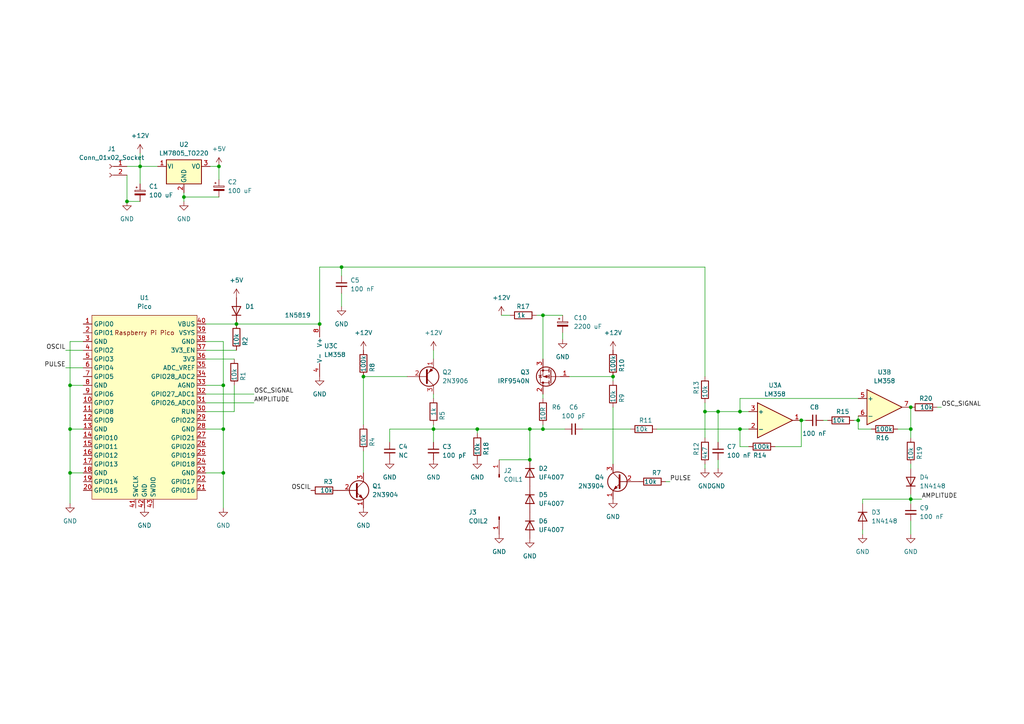
<source format=kicad_sch>
(kicad_sch (version 20230121) (generator eeschema)
  (paper "A4")
  (lib_symbols
    (symbol "Amplifier_Operational:LM358" (pin_names (offset 0.127))
      (property "Reference" "U" (at 0 5.08 0))
      (property "Value" "LM358" (at 0 -5.08 0))
      (symbol "LM358_1_1"
        (polyline (pts (xy -5.08 5.08) (xy 5.08 0) (xy -5.08 -5.08) (xy -5.08 5.08)) (stroke (width 0.254)) (fill (type background)))
        (pin output line (at 7.62 0 180) (length 2.54) (name "~") (number "1"))
        (pin input line (at -7.62 -2.54 0) (length 2.54) (name "-") (number "2"))
        (pin input line (at -7.62 2.54 0) (length 2.54) (name "+") (number "3"))
      )
      (symbol "LM358_2_1"
        (polyline (pts (xy -5.08 5.08) (xy 5.08 0) (xy -5.08 -5.08) (xy -5.08 5.08)) (stroke (width 0.254)) (fill (type background)))
        (pin input line (at -7.62 2.54 0) (length 2.54) (name "+") (number "5"))
        (pin input line (at -7.62 -2.54 0) (length 2.54) (name "-") (number "6"))
        (pin output line (at 7.62 0 180) (length 2.54) (name "~") (number "7"))
      )
      (symbol "LM358_3_1"
        (pin power_in line (at -2.54 -7.62 90) (length 3.81) (name "V-") (number "4"))
        (pin power_in line (at -2.54 7.62 270) (length 3.81) (name "V+") (number "8"))
      )
    )
    (symbol "Connector:Conn_01x01_Pin" (pin_names (offset 1.016) hide)
      (property "Reference" "J" (at 0 2.54 0))
      (property "Value" "Conn_01x01_Pin" (at 0 -2.54 0))
      (symbol "Conn_01x01_Pin_1_1"
        (polyline (pts (xy 1.27 0) (xy 0.8636 0)) (stroke (width 0.1524)))
        (rectangle (start 0.8636 0.127) (end 0 -0.127) (stroke (width 0.1524)) (fill (type outline)))
        (pin passive line (at 5.08 0 180) (length 3.81) (name "Pin_1") (number "1"))
      )
    )
    (symbol "Connector:Conn_01x02_Socket" (pin_names (offset 1.016) hide)
      (property "Reference" "J" (at 0 2.54 0))
      (property "Value" "Conn_01x02_Socket" (at 0 -5.08 0))
      (symbol "Conn_01x02_Socket_1_1"
        (arc (start 0 -2.032) (mid -0.5058 -2.54) (end 0 -3.048) (stroke (width 0.1524)))
        (polyline (pts (xy -1.27 -2.54) (xy -0.508 -2.54)) (stroke (width 0.1524)))
        (polyline (pts (xy -1.27 0) (xy -0.508 0)) (stroke (width 0.1524)))
        (arc (start 0 0.508) (mid -0.5058 0) (end 0 -0.508) (stroke (width 0.1524)))
        (pin passive line (at -5.08 0 0) (length 3.81) (name "Pin_1") (number "1"))
        (pin passive line (at -5.08 -2.54 0) (length 3.81) (name "Pin_2") (number "2"))
      )
    )
    (symbol "Device:C_Polarized_Small" (pin_numbers hide) (pin_names (offset 0.254) hide)
      (property "Reference" "C" (at 0.254 1.778 0))
      (property "Value" "C_Polarized_Small" (at 0.254 -2.032 0))
      (symbol "C_Polarized_Small_0_1"
        (rectangle (start -1.524 -0.3048) (end 1.524 -0.6858) (fill (type outline)))
        (rectangle (start -1.524 0.6858) (end 1.524 0.3048))
        (polyline (pts (xy -1.27 1.524) (xy -0.762 1.524)))
        (polyline (pts (xy -1.016 1.27) (xy -1.016 1.778)))
      )
      (symbol "C_Polarized_Small_1_1"
        (pin passive line (at 0 2.54 270) (length 1.8542) (name "~") (number "1"))
        (pin passive line (at 0 -2.54 90) (length 1.8542) (name "~") (number "2"))
      )
    )
    (symbol "Device:C_Small" (pin_numbers hide) (pin_names (offset 0.254) hide)
      (property "Reference" "C" (at 0.254 1.778 0))
      (property "Value" "C_Small" (at 0.254 -2.032 0))
      (symbol "C_Small_0_1"
        (polyline (pts (xy -1.524 -0.508) (xy 1.524 -0.508)) (stroke (width 0.3302)))
        (polyline (pts (xy -1.524 0.508) (xy 1.524 0.508)) (stroke (width 0.3048)))
      )
      (symbol "C_Small_1_1"
        (pin passive line (at 0 2.54 270) (length 2.032) (name "~") (number "1"))
        (pin passive line (at 0 -2.54 90) (length 2.032) (name "~") (number "2"))
      )
    )
    (symbol "Device:D" (pin_numbers hide) (pin_names (offset 1.016) hide)
      (property "Reference" "D" (at 0 2.54 0))
      (property "Value" "D" (at 0 -2.54 0))
      (symbol "D_0_1"
        (polyline (pts (xy -1.27 1.27) (xy -1.27 -1.27)) (stroke (width 0.254)))
        (polyline (pts (xy 1.27 0) (xy -1.27 0)))
        (polyline (pts (xy 1.27 1.27) (xy 1.27 -1.27) (xy -1.27 0) (xy 1.27 1.27)) (stroke (width 0.254)))
      )
      (symbol "D_1_1"
        (pin passive line (at -3.81 0 0) (length 2.54) (name "K") (number "1"))
        (pin passive line (at 3.81 0 180) (length 2.54) (name "A") (number "2"))
      )
    )
    (symbol "Device:R" (pin_numbers hide) (pin_names (offset 0))
      (property "Reference" "R" (at 2.032 0 90))
      (property "Value" "R" (at 0 0 90))
      (symbol "R_0_1"
        (rectangle (start -1.016 -2.54) (end 1.016 2.54) (stroke (width 0.254)))
      )
      (symbol "R_1_1"
        (pin passive line (at 0 3.81 270) (length 1.27) (name "~") (number "1"))
        (pin passive line (at 0 -3.81 90) (length 1.27) (name "~") (number "2"))
      )
    )
    (symbol "MCU_RaspberryPi_and_Boards:Pico"
      (property "Reference" "U" (at -13.97 27.94 0))
      (property "Value" "Pico" (at 0 19.05 0))
      (symbol "Pico_0_0"
        (text "Raspberry Pi Pico" (at 0 21.59 0) (effects (font (size 1.27 1.27))))
      )
      (symbol "Pico_0_1"
        (rectangle (start -15.24 26.67) (end 15.24 -26.67) (fill (type background)))
      )
      (symbol "Pico_1_1"
        (pin bidirectional line (at -17.78 24.13 0) (length 2.54) (name "GPIO0") (number "1"))
        (pin bidirectional line (at -17.78 1.27 0) (length 2.54) (name "GPIO7") (number "10"))
        (pin bidirectional line (at -17.78 -1.27 0) (length 2.54) (name "GPIO8") (number "11"))
        (pin bidirectional line (at -17.78 -3.81 0) (length 2.54) (name "GPIO9") (number "12"))
        (pin power_in line (at -17.78 -6.35 0) (length 2.54) (name "GND") (number "13"))
        (pin bidirectional line (at -17.78 -8.89 0) (length 2.54) (name "GPIO10") (number "14"))
        (pin bidirectional line (at -17.78 -11.43 0) (length 2.54) (name "GPIO11") (number "15"))
        (pin bidirectional line (at -17.78 -13.97 0) (length 2.54) (name "GPIO12") (number "16"))
        (pin bidirectional line (at -17.78 -16.51 0) (length 2.54) (name "GPIO13") (number "17"))
        (pin power_in line (at -17.78 -19.05 0) (length 2.54) (name "GND") (number "18"))
        (pin bidirectional line (at -17.78 -21.59 0) (length 2.54) (name "GPIO14") (number "19"))
        (pin bidirectional line (at -17.78 21.59 0) (length 2.54) (name "GPIO1") (number "2"))
        (pin bidirectional line (at -17.78 -24.13 0) (length 2.54) (name "GPIO15") (number "20"))
        (pin bidirectional line (at 17.78 -24.13 180) (length 2.54) (name "GPIO16") (number "21"))
        (pin bidirectional line (at 17.78 -21.59 180) (length 2.54) (name "GPIO17") (number "22"))
        (pin power_in line (at 17.78 -19.05 180) (length 2.54) (name "GND") (number "23"))
        (pin bidirectional line (at 17.78 -16.51 180) (length 2.54) (name "GPIO18") (number "24"))
        (pin bidirectional line (at 17.78 -13.97 180) (length 2.54) (name "GPIO19") (number "25"))
        (pin bidirectional line (at 17.78 -11.43 180) (length 2.54) (name "GPIO20") (number "26"))
        (pin bidirectional line (at 17.78 -8.89 180) (length 2.54) (name "GPIO21") (number "27"))
        (pin power_in line (at 17.78 -6.35 180) (length 2.54) (name "GND") (number "28"))
        (pin bidirectional line (at 17.78 -3.81 180) (length 2.54) (name "GPIO22") (number "29"))
        (pin power_in line (at -17.78 19.05 0) (length 2.54) (name "GND") (number "3"))
        (pin input line (at 17.78 -1.27 180) (length 2.54) (name "RUN") (number "30"))
        (pin bidirectional line (at 17.78 1.27 180) (length 2.54) (name "GPIO26_ADC0") (number "31"))
        (pin bidirectional line (at 17.78 3.81 180) (length 2.54) (name "GPIO27_ADC1") (number "32"))
        (pin power_in line (at 17.78 6.35 180) (length 2.54) (name "AGND") (number "33"))
        (pin bidirectional line (at 17.78 8.89 180) (length 2.54) (name "GPIO28_ADC2") (number "34"))
        (pin power_in line (at 17.78 11.43 180) (length 2.54) (name "ADC_VREF") (number "35"))
        (pin power_in line (at 17.78 13.97 180) (length 2.54) (name "3V3") (number "36"))
        (pin input line (at 17.78 16.51 180) (length 2.54) (name "3V3_EN") (number "37"))
        (pin bidirectional line (at 17.78 19.05 180) (length 2.54) (name "GND") (number "38"))
        (pin power_in line (at 17.78 21.59 180) (length 2.54) (name "VSYS") (number "39"))
        (pin bidirectional line (at -17.78 16.51 0) (length 2.54) (name "GPIO2") (number "4"))
        (pin power_in line (at 17.78 24.13 180) (length 2.54) (name "VBUS") (number "40"))
        (pin input line (at -2.54 -29.21 90) (length 2.54) (name "SWCLK") (number "41"))
        (pin power_in line (at 0 -29.21 90) (length 2.54) (name "GND") (number "42"))
        (pin bidirectional line (at 2.54 -29.21 90) (length 2.54) (name "SWDIO") (number "43"))
        (pin bidirectional line (at -17.78 13.97 0) (length 2.54) (name "GPIO3") (number "5"))
        (pin bidirectional line (at -17.78 11.43 0) (length 2.54) (name "GPIO4") (number "6"))
        (pin bidirectional line (at -17.78 8.89 0) (length 2.54) (name "GPIO5") (number "7"))
        (pin power_in line (at -17.78 6.35 0) (length 2.54) (name "GND") (number "8"))
        (pin bidirectional line (at -17.78 3.81 0) (length 2.54) (name "GPIO6") (number "9"))
      )
    )
    (symbol "Regulator_Linear:LM7805_TO220" (pin_names (offset 0.254))
      (property "Reference" "U" (at -3.81 3.175 0))
      (property "Value" "LM7805_TO220" (at 0 3.175 0))
      (symbol "LM7805_TO220_0_1"
        (rectangle (start -5.08 1.905) (end 5.08 -5.08) (stroke (width 0.254)) (fill (type background)))
      )
      (symbol "LM7805_TO220_1_1"
        (pin power_in line (at -7.62 0 0) (length 2.54) (name "VI") (number "1"))
        (pin power_in line (at 0 -7.62 90) (length 2.54) (name "GND") (number "2"))
        (pin power_out line (at 7.62 0 180) (length 2.54) (name "VO") (number "3"))
      )
    )
    (symbol "Transistor_BJT:2N3904" (pin_names (offset 0) hide)
      (property "Reference" "Q" (at 5.08 1.905 0))
      (property "Value" "2N3904" (at 5.08 0 0))
      (symbol "2N3904_0_1"
        (polyline (pts (xy 0.635 0.635) (xy 2.54 2.54)))
        (polyline (pts (xy 0.635 -0.635) (xy 2.54 -2.54) (xy 2.54 -2.54)))
        (polyline (pts (xy 0.635 1.905) (xy 0.635 -1.905) (xy 0.635 -1.905)) (stroke (width 0.508)))
        (polyline (pts (xy 1.27 -1.778) (xy 1.778 -1.27) (xy 2.286 -2.286) (xy 1.27 -1.778) (xy 1.27 -1.778)) (fill (type outline)))
        (circle (center 1.27 0) (radius 2.8194) (stroke (width 0.254)))
      )
      (symbol "2N3904_1_1"
        (pin passive line (at 2.54 -5.08 90) (length 2.54) (name "E") (number "1"))
        (pin passive line (at -5.08 0 0) (length 5.715) (name "B") (number "2"))
        (pin passive line (at 2.54 5.08 270) (length 2.54) (name "C") (number "3"))
      )
    )
    (symbol "Transistor_BJT:2N3906" (pin_names (offset 0) hide)
      (property "Reference" "Q" (at 5.08 1.905 0))
      (property "Value" "2N3906" (at 5.08 0 0))
      (symbol "2N3906_0_1"
        (polyline (pts (xy 0.635 0.635) (xy 2.54 2.54)))
        (polyline (pts (xy 0.635 -0.635) (xy 2.54 -2.54) (xy 2.54 -2.54)))
        (polyline (pts (xy 0.635 1.905) (xy 0.635 -1.905) (xy 0.635 -1.905)) (stroke (width 0.508)))
        (polyline (pts (xy 2.286 -1.778) (xy 1.778 -2.286) (xy 1.27 -1.27) (xy 2.286 -1.778) (xy 2.286 -1.778)) (fill (type outline)))
        (circle (center 1.27 0) (radius 2.8194) (stroke (width 0.254)))
      )
      (symbol "2N3906_1_1"
        (pin passive line (at 2.54 -5.08 90) (length 2.54) (name "E") (number "1"))
        (pin input line (at -5.08 0 0) (length 5.715) (name "B") (number "2"))
        (pin passive line (at 2.54 5.08 270) (length 2.54) (name "C") (number "3"))
      )
    )
    (symbol "Transistor_FET:IRF9540N" (pin_names hide)
      (property "Reference" "Q" (at 5.08 1.905 0))
      (property "Value" "IRF9540N" (at 5.08 0 0))
      (symbol "IRF9540N_0_1"
        (polyline (pts (xy 0.254 0) (xy -2.54 0)))
        (polyline (pts (xy 0.254 1.905) (xy 0.254 -1.905)) (stroke (width 0.254)))
        (polyline (pts (xy 0.762 -1.27) (xy 0.762 -2.286)) (stroke (width 0.254)))
        (polyline (pts (xy 0.762 0.508) (xy 0.762 -0.508)) (stroke (width 0.254)))
        (polyline (pts (xy 0.762 2.286) (xy 0.762 1.27)) (stroke (width 0.254)))
        (polyline (pts (xy 2.54 2.54) (xy 2.54 1.778)))
        (polyline (pts (xy 2.54 -2.54) (xy 2.54 0) (xy 0.762 0)))
        (polyline (pts (xy 0.762 1.778) (xy 3.302 1.778) (xy 3.302 -1.778) (xy 0.762 -1.778)))
        (polyline (pts (xy 2.286 0) (xy 1.27 0.381) (xy 1.27 -0.381) (xy 2.286 0)) (fill (type outline)))
        (polyline (pts (xy 2.794 -0.508) (xy 2.921 -0.381) (xy 3.683 -0.381) (xy 3.81 -0.254)))
        (polyline (pts (xy 3.302 -0.381) (xy 2.921 0.254) (xy 3.683 0.254) (xy 3.302 -0.381)))
        (circle (center 1.651 0) (radius 2.794) (stroke (width 0.254)))
        (circle (center 2.54 -1.778) (radius 0.254) (fill (type outline)))
        (circle (center 2.54 1.778) (radius 0.254) (fill (type outline)))
      )
      (symbol "IRF9540N_1_1"
        (pin input line (at -5.08 0 0) (length 2.54) (name "G") (number "1"))
        (pin passive line (at 2.54 5.08 270) (length 2.54) (name "D") (number "2"))
        (pin passive line (at 2.54 -5.08 90) (length 2.54) (name "S") (number "3"))
      )
    )
    (symbol "power:+12V" (power) (pin_names (offset 0))
      (property "Value" "+12V" (at 0 3.556 0))
      (symbol "+12V_0_1"
        (polyline (pts (xy -0.762 1.27) (xy 0 2.54)))
        (polyline (pts (xy 0 0) (xy 0 2.54)))
        (polyline (pts (xy 0 2.54) (xy 0.762 1.27)))
      )
      (symbol "+12V_1_1"
        (pin power_in line (at 0 0 90) (length 0) hide (name "+12V") (number "1"))
      )
    )
    (symbol "power:+5V" (power) (pin_names (offset 0))
      (property "Value" "+5V" (at 0 3.556 0))
      (symbol "+5V_0_1"
        (polyline (pts (xy -0.762 1.27) (xy 0 2.54)))
        (polyline (pts (xy 0 0) (xy 0 2.54)))
        (polyline (pts (xy 0 2.54) (xy 0.762 1.27)))
      )
      (symbol "+5V_1_1"
        (pin power_in line (at 0 0 90) (length 0) hide (name "+5V") (number "1"))
      )
    )
    (symbol "power:GND" (power) (pin_names (offset 0))
      (property "Value" "GND" (at 0 -3.81 0))
      (symbol "GND_0_1"
        (polyline (pts (xy 0 0) (xy 0 -1.27) (xy 1.27 -1.27) (xy 0 -2.54) (xy -1.27 -1.27) (xy 0 -1.27)))
      )
      (symbol "GND_1_1"
        (pin power_in line (at 0 0 270) (length 0) hide (name "GND") (number "1"))
      )
    )
  )
  (junction (at 264.16 124.46))
  (junction (at 157.48 91.44))
  (junction (at 138.43 124.46))
  (junction (at 157.48 124.46))
  (junction (at 20.32 111.76))
  (junction (at 208.28 119.38))
  (junction (at 105.41 109.22))
  (junction (at 214.63 119.38))
  (junction (at 264.16 118.11))
  (junction (at 20.32 124.46))
  (junction (at 153.67 124.46))
  (junction (at 64.77 124.46))
  (junction (at 248.92 121.92))
  (junction (at 99.06 77.47))
  (junction (at 232.41 121.92))
  (junction (at 63.5 48.26))
  (junction (at 40.64 48.26))
  (junction (at 214.63 124.46))
  (junction (at 20.32 137.16))
  (junction (at 264.16 144.78))
  (junction (at 153.67 133.35))
  (junction (at 204.47 119.38))
  (junction (at 125.73 124.46))
  (junction (at 68.58 93.98))
  (junction (at 177.8 109.22))
  (junction (at 53.34 57.15))
  (junction (at 92.71 93.98))
  (junction (at 64.77 137.16))
  (junction (at 64.77 111.76))
  (junction (at 36.83 58.42))
  (wire (pts (xy 264.16 134.62) (xy 264.16 135.89)))
  (wire (pts (xy 163.195 96.52) (xy 163.195 98.425)))
  (wire (pts (xy 214.63 119.38) (xy 217.17 119.38)))
  (wire (pts (xy 20.32 124.46) (xy 24.13 124.46)))
  (wire (pts (xy 20.32 137.16) (xy 20.32 124.46)))
  (wire (pts (xy 250.19 144.78) (xy 264.16 144.78)))
  (wire (pts (xy 208.28 119.38) (xy 214.63 119.38)))
  (wire (pts (xy 144.78 133.35) (xy 153.67 133.35)))
  (wire (pts (xy 177.8 118.11) (xy 177.8 134.62)))
  (wire (pts (xy 20.32 111.76) (xy 24.13 111.76)))
  (wire (pts (xy 271.78 118.11) (xy 273.05 118.11)))
  (wire (pts (xy 67.945 119.38) (xy 59.69 119.38)))
  (wire (pts (xy 20.32 111.76) (xy 20.32 99.06)))
  (wire (pts (xy 157.48 91.44) (xy 157.48 104.14)))
  (wire (pts (xy 204.47 134.62) (xy 204.47 135.89)))
  (wire (pts (xy 40.64 44.45) (xy 40.64 48.26)))
  (wire (pts (xy 145.415 91.44) (xy 147.955 91.44)))
  (wire (pts (xy 232.41 129.54) (xy 224.79 129.54)))
  (wire (pts (xy 40.64 48.26) (xy 45.72 48.26)))
  (wire (pts (xy 250.19 146.05) (xy 250.19 144.78)))
  (wire (pts (xy 36.83 50.8) (xy 36.83 58.42)))
  (wire (pts (xy 99.06 85.09) (xy 99.06 88.9)))
  (wire (pts (xy 214.63 124.46) (xy 217.17 124.46)))
  (wire (pts (xy 250.19 153.67) (xy 250.19 154.94)))
  (wire (pts (xy 20.32 137.16) (xy 24.13 137.16)))
  (wire (pts (xy 67.945 104.14) (xy 59.69 104.14)))
  (wire (pts (xy 99.06 77.47) (xy 99.06 80.01)))
  (wire (pts (xy 64.77 111.76) (xy 64.77 99.06)))
  (wire (pts (xy 264.16 151.13) (xy 264.16 154.94)))
  (wire (pts (xy 232.41 121.92) (xy 232.41 129.54)))
  (wire (pts (xy 138.43 124.46) (xy 138.43 125.73)))
  (wire (pts (xy 105.41 130.81) (xy 105.41 137.16)))
  (wire (pts (xy 157.48 124.46) (xy 163.83 124.46)))
  (wire (pts (xy 59.69 137.16) (xy 64.77 137.16)))
  (wire (pts (xy 208.28 133.35) (xy 208.28 135.89)))
  (wire (pts (xy 264.16 143.51) (xy 264.16 144.78)))
  (wire (pts (xy 64.77 137.16) (xy 64.77 124.46)))
  (wire (pts (xy 204.47 119.38) (xy 208.28 119.38)))
  (wire (pts (xy 214.63 129.54) (xy 217.17 129.54)))
  (wire (pts (xy 19.05 101.6) (xy 24.13 101.6)))
  (wire (pts (xy 63.5 52.07) (xy 63.5 48.26)))
  (wire (pts (xy 67.945 111.76) (xy 67.945 119.38)))
  (wire (pts (xy 157.48 123.19) (xy 157.48 124.46)))
  (wire (pts (xy 53.34 57.15) (xy 53.34 58.42)))
  (wire (pts (xy 125.73 124.46) (xy 125.73 128.27)))
  (wire (pts (xy 168.91 124.46) (xy 182.88 124.46)))
  (wire (pts (xy 248.92 121.92) (xy 248.92 124.46)))
  (wire (pts (xy 125.73 101.6) (xy 125.73 104.14)))
  (wire (pts (xy 59.69 111.76) (xy 64.77 111.76)))
  (wire (pts (xy 264.16 124.46) (xy 260.35 124.46)))
  (wire (pts (xy 248.92 120.65) (xy 248.92 121.92)))
  (wire (pts (xy 177.8 109.22) (xy 177.8 110.49)))
  (wire (pts (xy 105.41 123.19) (xy 105.41 109.22)))
  (wire (pts (xy 125.73 124.46) (xy 138.43 124.46)))
  (wire (pts (xy 59.69 114.3) (xy 73.66 114.3)))
  (wire (pts (xy 153.67 124.46) (xy 157.48 124.46)))
  (wire (pts (xy 59.69 124.46) (xy 64.77 124.46)))
  (wire (pts (xy 157.48 114.3) (xy 157.48 115.57)))
  (wire (pts (xy 138.43 124.46) (xy 153.67 124.46)))
  (wire (pts (xy 64.77 124.46) (xy 64.77 111.76)))
  (wire (pts (xy 40.64 48.26) (xy 40.64 53.34)))
  (wire (pts (xy 208.28 119.38) (xy 208.28 128.27)))
  (wire (pts (xy 20.32 124.46) (xy 20.32 111.76)))
  (wire (pts (xy 20.32 146.05) (xy 20.32 137.16)))
  (wire (pts (xy 36.83 48.26) (xy 40.64 48.26)))
  (wire (pts (xy 59.69 116.84) (xy 73.66 116.84)))
  (wire (pts (xy 193.04 139.7) (xy 194.31 139.7)))
  (wire (pts (xy 125.73 114.3) (xy 125.73 115.57)))
  (wire (pts (xy 214.63 115.57) (xy 248.92 115.57)))
  (wire (pts (xy 204.47 127) (xy 204.47 119.38)))
  (wire (pts (xy 59.69 93.98) (xy 68.58 93.98)))
  (wire (pts (xy 248.92 124.46) (xy 252.73 124.46)))
  (wire (pts (xy 63.5 48.26) (xy 60.96 48.26)))
  (wire (pts (xy 214.63 129.54) (xy 214.63 124.46)))
  (wire (pts (xy 53.34 57.15) (xy 63.5 57.15)))
  (wire (pts (xy 125.73 123.19) (xy 125.73 124.46)))
  (wire (pts (xy 105.41 109.22) (xy 118.11 109.22)))
  (wire (pts (xy 53.34 55.88) (xy 53.34 57.15)))
  (wire (pts (xy 233.68 121.92) (xy 232.41 121.92)))
  (wire (pts (xy 157.48 91.44) (xy 163.195 91.44)))
  (wire (pts (xy 204.47 116.84) (xy 204.47 119.38)))
  (wire (pts (xy 59.69 101.6) (xy 68.58 101.6)))
  (wire (pts (xy 113.03 128.27) (xy 113.03 124.46)))
  (wire (pts (xy 20.32 99.06) (xy 24.13 99.06)))
  (wire (pts (xy 19.05 106.68) (xy 24.13 106.68)))
  (wire (pts (xy 155.575 91.44) (xy 157.48 91.44)))
  (wire (pts (xy 68.58 93.98) (xy 92.71 93.98)))
  (wire (pts (xy 153.67 133.35) (xy 153.67 124.46)))
  (wire (pts (xy 204.47 77.47) (xy 204.47 109.22)))
  (wire (pts (xy 36.83 58.42) (xy 40.64 58.42)))
  (wire (pts (xy 264.16 124.46) (xy 264.16 127)))
  (wire (pts (xy 113.03 124.46) (xy 125.73 124.46)))
  (wire (pts (xy 165.1 109.22) (xy 177.8 109.22)))
  (wire (pts (xy 92.71 77.47) (xy 99.06 77.47)))
  (wire (pts (xy 190.5 124.46) (xy 214.63 124.46)))
  (wire (pts (xy 248.92 121.92) (xy 247.65 121.92)))
  (wire (pts (xy 92.71 93.98) (xy 92.71 77.47)))
  (wire (pts (xy 264.16 118.11) (xy 264.16 124.46)))
  (wire (pts (xy 264.16 144.78) (xy 267.335 144.78)))
  (wire (pts (xy 64.77 99.06) (xy 59.69 99.06)))
  (wire (pts (xy 99.06 77.47) (xy 204.47 77.47)))
  (wire (pts (xy 264.16 144.78) (xy 264.16 146.05)))
  (wire (pts (xy 64.77 147.32) (xy 64.77 137.16)))
  (wire (pts (xy 238.76 121.92) (xy 240.03 121.92)))
  (wire (pts (xy 214.63 119.38) (xy 214.63 115.57)))
  (label "AMPLITUDE" (at 267.335 144.78 0))
  (label "OSCIL" (at 19.05 101.6 180))
  (label "PULSE" (at 19.05 106.68 180))
  (label "OSC_SIGNAL" (at 273.05 118.11 0))
  (label "AMPLITUDE" (at 73.66 116.84 0))
  (label "OSCIL" (at 90.17 142.24 180))
  (label "OSC_SIGNAL" (at 73.66 114.3 0))
  (label "PULSE" (at 194.31 139.7 0))
  (symbol (lib_id "Transistor_FET:IRF9540N") (at 160.02 109.22 180) (unit 1)
    (property "Reference" "Q3" (at 153.67 107.95 0) (effects (justify left)))
    (property "Value" "IRF9540N" (at 153.67 110.49 0) (effects (justify left)))
    (property "Footprint" "Package_TO_SOT_THT:TO-220-3_Vertical" (effects hide))
    (property "Datasheet" "http://www.irf.com/product-info/datasheets/data/irf9540n.pdf" (effects hide))
  )
  (symbol (lib_id "power:+5V") (at 63.5 48.26 0) (unit 1)
    (property "Reference" "#PWR07" (effects hide))
    (property "Value" "+5V" (at 63.5 43.18 0))
  )
  (symbol (lib_id "power:GND") (at 125.73 133.35 0) (unit 1)
    (property "Reference" "#PWR017" (effects hide))
    (property "Value" "GND" (at 125.73 138.43 0))
  )
  (symbol (lib_id "Device:R") (at 68.58 97.79 0) (unit 1)
    (property "Reference" "R2" (at 71.12 100.33 90) (effects (justify left)))
    (property "Value" "10k" (at 68.58 100.33 90) (effects (justify left)))
    (property "Footprint" "Resistor_THT:R_Axial_DIN0207_L6.3mm_D2.5mm_P7.62mm_Horizontal" (effects hide))
  )
  (symbol (lib_id "power:GND") (at 138.43 133.35 0) (unit 1)
    (property "Reference" "#PWR027" (effects hide))
    (property "Value" "GND" (at 138.43 138.43 0))
  )
  (symbol (lib_id "power:+12V") (at 40.64 44.45 0) (unit 1)
    (property "Reference" "#PWR09" (effects hide))
    (property "Value" "+12V" (at 40.64 39.37 0))
  )
  (symbol (lib_id "Device:R") (at 105.41 105.41 0) (unit 1)
    (property "Reference" "R8" (at 107.95 107.95 90) (effects (justify left)))
    (property "Value" "100k" (at 105.41 107.95 90) (effects (justify left)))
    (property "Footprint" "Resistor_THT:R_Axial_DIN0207_L6.3mm_D2.5mm_P7.62mm_Horizontal" (effects hide))
  )
  (symbol (lib_id "Connector:Conn_01x01_Pin") (at 144.78 138.43 90) (unit 1)
    (property "Reference" "J2" (at 146.05 136.525 90) (effects (justify right)))
    (property "Value" "COIL1" (at 146.05 139.065 90) (effects (justify right)))
    (property "Footprint" "MountingHole:MountingHole_2.2mm_M2_DIN965_Pad" (effects hide))
  )
  (symbol (lib_id "Transistor_BJT:2N3904") (at 102.87 142.24 0) (unit 1)
    (property "Reference" "Q1" (at 107.95 140.97 0) (effects (justify left)))
    (property "Value" "2N3904" (at 107.95 143.51 0) (effects (justify left)))
    (property "Footprint" "Package_TO_SOT_THT:TO-92L_Inline_Wide" (effects hide))
    (property "Datasheet" "https://www.onsemi.com/pub/Collateral/2N3903-D.PDF" (effects hide))
  )
  (symbol (lib_id "Device:C_Polarized_Small") (at 40.64 55.88 0) (unit 1)
    (property "Reference" "C1" (at 43.18 54.0639 0) (effects (justify left)))
    (property "Value" "100 uF" (at 43.18 56.6039 0) (effects (justify left)))
    (property "Footprint" "Capacitor_THT:CP_Radial_D5.0mm_P2.00mm" (effects hide))
  )
  (symbol (lib_id "Device:C_Polarized_Small") (at 163.195 93.98 0) (unit 1)
    (property "Reference" "C10" (at 166.37 92.1639 0) (effects (justify left)))
    (property "Value" "2200 uF" (at 166.37 94.7039 0) (effects (justify left)))
    (property "Footprint" "Capacitor_THT:CP_Radial_D12.5mm_P5.00mm" (effects hide))
  )
  (symbol (lib_id "Device:R") (at 177.8 105.41 0) (unit 1)
    (property "Reference" "R10" (at 180.34 107.95 90) (effects (justify left)))
    (property "Value" "100k" (at 177.8 107.95 90) (effects (justify left)))
    (property "Footprint" "Resistor_THT:R_Axial_DIN0207_L6.3mm_D2.5mm_P7.62mm_Horizontal" (effects hide))
  )
  (symbol (lib_id "Device:R") (at 204.47 130.81 180) (unit 1)
    (property "Reference" "R12" (at 201.93 128.27 90) (effects (justify left)))
    (property "Value" "4k7" (at 204.47 129.54 90) (effects (justify left)))
    (property "Footprint" "Resistor_THT:R_Axial_DIN0207_L6.3mm_D2.5mm_P7.62mm_Horizontal" (effects hide))
  )
  (symbol (lib_id "Device:R") (at 256.54 124.46 270) (unit 1)
    (property "Reference" "R16" (at 254 127 90) (effects (justify left)))
    (property "Value" "100k" (at 254 124.46 90) (effects (justify left)))
    (property "Footprint" "Resistor_THT:R_Axial_DIN0207_L6.3mm_D2.5mm_P7.62mm_Horizontal" (effects hide))
  )
  (symbol (lib_id "power:GND") (at 105.41 147.32 0) (unit 1)
    (property "Reference" "#PWR08" (effects hide))
    (property "Value" "GND" (at 105.41 152.4 0))
  )
  (symbol (lib_id "Device:C_Small") (at 264.16 148.59 0) (unit 1)
    (property "Reference" "C9" (at 266.7 147.3263 0) (effects (justify left)))
    (property "Value" "100 nF" (at 266.7 149.8663 0) (effects (justify left)))
    (property "Footprint" "Capacitor_THT:C_Disc_D5.0mm_W2.5mm_P5.00mm" (effects hide))
  )
  (symbol (lib_id "power:GND") (at 208.28 135.89 0) (unit 1)
    (property "Reference" "#PWR023" (effects hide))
    (property "Value" "GND" (at 208.28 140.97 0))
  )
  (symbol (lib_id "power:+12V") (at 177.8 101.6 0) (unit 1)
    (property "Reference" "#PWR016" (effects hide))
    (property "Value" "+12V" (at 177.8 96.52 0))
  )
  (symbol (lib_id "Device:C_Small") (at 113.03 130.81 0) (unit 1)
    (property "Reference" "C4" (at 115.57 129.5463 0) (effects (justify left)))
    (property "Value" "NC" (at 115.57 132.0863 0) (effects (justify left)))
    (property "Footprint" "Capacitor_THT:C_Disc_D5.0mm_W2.5mm_P5.00mm" (effects hide))
  )
  (symbol (lib_id "power:GND") (at 264.16 154.94 0) (unit 1)
    (property "Reference" "#PWR024" (effects hide))
    (property "Value" "GND" (at 264.16 160.02 0))
  )
  (symbol (lib_id "Device:C_Small") (at 166.37 124.46 90) (unit 1)
    (property "Reference" "C6" (at 166.3763 118.11 90))
    (property "Value" "100 pF" (at 166.3763 120.65 90))
    (property "Footprint" "Capacitor_THT:C_Disc_D5.0mm_W2.5mm_P5.00mm" (effects hide))
  )
  (symbol (lib_id "Regulator_Linear:LM7805_TO220") (at 53.34 48.26 0) (unit 1)
    (property "Reference" "U2" (at 53.34 41.91 0))
    (property "Value" "LM7805_TO220" (at 53.34 44.45 0))
    (property "Footprint" "Package_TO_SOT_THT:TO-220-3_Vertical" (effects hide))
    (property "Datasheet" "https://www.onsemi.cn/PowerSolutions/document/MC7800-D.PDF" (effects hide))
  )
  (symbol (lib_id "Device:D") (at 250.19 149.86 270) (unit 1)
    (property "Reference" "D3" (at 252.73 148.59 90) (effects (justify left)))
    (property "Value" "1N4148" (at 252.73 151.13 90) (effects (justify left)))
    (property "Footprint" "Diode_THT:D_DO-35_SOD27_P7.62mm_Horizontal" (effects hide))
    (property "Sim.Device" "D" (effects hide))
    (property "Sim.Pins" "1=K 2=A" (effects hide))
  )
  (symbol (lib_id "power:GND") (at 163.195 98.425 0) (unit 1)
    (property "Reference" "#PWR026" (effects hide))
    (property "Value" "GND" (at 163.195 103.505 0))
  )
  (symbol (lib_id "power:GND") (at 64.77 147.32 0) (unit 1)
    (property "Reference" "#PWR03" (effects hide))
    (property "Value" "GND" (at 64.77 152.4 0))
  )
  (symbol (lib_id "power:GND") (at 177.8 144.78 0) (unit 1)
    (property "Reference" "#PWR014" (effects hide))
    (property "Value" "GND" (at 177.8 149.86 0))
  )
  (symbol (lib_id "Device:C_Small") (at 99.06 82.55 0) (unit 1)
    (property "Reference" "C5" (at 101.6 81.2863 0) (effects (justify left)))
    (property "Value" "100 nF" (at 101.6 83.8263 0) (effects (justify left)))
    (property "Footprint" "Capacitor_THT:C_Disc_D5.0mm_W2.5mm_P5.00mm" (effects hide))
  )
  (symbol (lib_id "Device:R") (at 151.765 91.44 270) (unit 1)
    (property "Reference" "R17" (at 153.67 88.9 90) (effects (justify right)))
    (property "Value" "1k" (at 152.4 91.44 90) (effects (justify right)))
    (property "Footprint" "Resistor_THT:R_Axial_DIN0614_L14.3mm_D5.7mm_P15.24mm_Horizontal" (effects hide))
  )
  (symbol (lib_id "Amplifier_Operational:LM358") (at 224.79 121.92 0) (unit 1)
    (property "Reference" "U3" (at 224.79 111.76 0))
    (property "Value" "LM358" (at 224.79 114.3 0))
    (property "Footprint" "Package_DIP:DIP-8_W7.62mm_Socket" (effects hide))
    (property "Datasheet" "http://www.ti.com/lit/ds/symlink/lm2904-n.pdf" (effects hide))
  )
  (symbol (lib_id "power:GND") (at 204.47 135.89 0) (unit 1)
    (property "Reference" "#PWR022" (effects hide))
    (property "Value" "GND" (at 204.47 140.97 0))
  )
  (symbol (lib_id "Device:R") (at 93.98 142.24 90) (unit 1)
    (property "Reference" "R3" (at 96.52 139.7 90) (effects (justify left)))
    (property "Value" "10k" (at 96.52 142.24 90) (effects (justify left)))
    (property "Footprint" "Resistor_THT:R_Axial_DIN0207_L6.3mm_D2.5mm_P10.16mm_Horizontal" (effects hide))
  )
  (symbol (lib_id "power:GND") (at 36.83 58.42 0) (unit 1)
    (property "Reference" "#PWR06" (effects hide))
    (property "Value" "GND" (at 36.83 63.5 0))
  )
  (symbol (lib_id "power:+12V") (at 125.73 101.6 0) (unit 1)
    (property "Reference" "#PWR010" (effects hide))
    (property "Value" "+12V" (at 125.73 96.52 0))
  )
  (symbol (lib_id "power:GND") (at 153.67 156.21 0) (unit 1)
    (property "Reference" "#PWR013" (effects hide))
    (property "Value" "GND" (at 153.67 161.29 0))
  )
  (symbol (lib_id "power:GND") (at 113.03 133.35 0) (unit 1)
    (property "Reference" "#PWR018" (effects hide))
    (property "Value" "GND" (at 113.03 138.43 0))
  )
  (symbol (lib_id "power:+5V") (at 68.58 86.36 0) (unit 1)
    (property "Reference" "#PWR04" (effects hide))
    (property "Value" "+5V" (at 68.58 81.28 0))
  )
  (symbol (lib_id "Amplifier_Operational:LM358") (at 95.25 101.6 0) (unit 3)
    (property "Reference" "U3" (at 93.98 100.33 0) (effects (justify left)))
    (property "Value" "LM358" (at 93.98 102.87 0) (effects (justify left)))
    (property "Footprint" "Package_DIP:DIP-8_W7.62mm_Socket" (effects hide))
    (property "Datasheet" "http://www.ti.com/lit/ds/symlink/lm2904-n.pdf" (effects hide))
  )
  (symbol (lib_id "power:GND") (at 53.34 58.42 0) (unit 1)
    (property "Reference" "#PWR05" (effects hide))
    (property "Value" "GND" (at 53.34 63.5 0))
  )
  (symbol (lib_id "power:GND") (at 92.71 109.22 0) (unit 1)
    (property "Reference" "#PWR019" (effects hide))
    (property "Value" "GND" (at 92.71 114.3 0))
  )
  (symbol (lib_id "Device:R") (at 267.97 118.11 90) (unit 1)
    (property "Reference" "R20" (at 270.51 115.57 90) (effects (justify left)))
    (property "Value" "10k" (at 270.51 118.11 90) (effects (justify left)))
    (property "Footprint" "Resistor_THT:R_Axial_DIN0207_L6.3mm_D2.5mm_P7.62mm_Horizontal" (effects hide))
  )
  (symbol (lib_id "Device:R") (at 243.84 121.92 90) (unit 1)
    (property "Reference" "R15" (at 246.38 119.38 90) (effects (justify left)))
    (property "Value" "10k" (at 245.11 121.92 90) (effects (justify left)))
    (property "Footprint" "Resistor_THT:R_Axial_DIN0207_L6.3mm_D2.5mm_P7.62mm_Horizontal" (effects hide))
  )
  (symbol (lib_id "Device:C_Polarized_Small") (at 63.5 54.61 0) (unit 1)
    (property "Reference" "C2" (at 66.04 52.7939 0) (effects (justify left)))
    (property "Value" "100 uF" (at 66.04 55.3339 0) (effects (justify left)))
    (property "Footprint" "Capacitor_THT:CP_Radial_D5.0mm_P2.00mm" (effects hide))
  )
  (symbol (lib_id "Device:D") (at 264.16 139.7 90) (unit 1)
    (property "Reference" "D4" (at 266.7 138.43 90) (effects (justify right)))
    (property "Value" "1N4148" (at 266.7 140.97 90) (effects (justify right)))
    (property "Footprint" "Diode_THT:D_DO-35_SOD27_P7.62mm_Horizontal" (effects hide))
    (property "Sim.Device" "D" (effects hide))
    (property "Sim.Pins" "1=K 2=A" (effects hide))
  )
  (symbol (lib_id "Device:D") (at 153.67 152.4 270) (unit 1)
    (property "Reference" "D6" (at 156.21 151.13 90) (effects (justify left)))
    (property "Value" "UF4007" (at 156.21 153.67 90) (effects (justify left)))
    (property "Footprint" "Diode_THT:D_DO-41_SOD81_P7.62mm_Horizontal" (effects hide))
    (property "Sim.Device" "D" (effects hide))
    (property "Sim.Pins" "1=K 2=A" (effects hide))
  )
  (symbol (lib_id "Device:R") (at 189.23 139.7 90) (unit 1)
    (property "Reference" "R7" (at 191.77 137.16 90) (effects (justify left)))
    (property "Value" "10k" (at 190.5 139.7 90) (effects (justify left)))
    (property "Footprint" "Resistor_THT:R_Axial_DIN0207_L6.3mm_D2.5mm_P7.62mm_Horizontal" (effects hide))
  )
  (symbol (lib_id "power:+12V") (at 105.41 101.6 0) (unit 1)
    (property "Reference" "#PWR015" (effects hide))
    (property "Value" "+12V" (at 105.41 96.52 0))
  )
  (symbol (lib_id "Device:R") (at 157.48 119.38 180) (unit 1)
    (property "Reference" "R6" (at 160.02 118.11 0) (effects (justify right)))
    (property "Value" "10R" (at 157.48 121.92 90) (effects (justify right)))
    (property "Footprint" "Resistor_THT:R_Axial_DIN0614_L14.3mm_D5.7mm_P15.24mm_Horizontal" (effects hide))
  )
  (symbol (lib_id "MCU_RaspberryPi_and_Boards:Pico") (at 41.91 118.11 0) (unit 1)
    (property "Reference" "U1" (at 41.91 86.36 0))
    (property "Value" "Pico" (at 41.91 88.9 0))
    (property "Footprint" "Synchronizer:RPi_Pico_SMD_TH" (effects hide))
  )
  (symbol (lib_id "power:+12V") (at 145.415 91.44 0) (unit 1)
    (property "Reference" "#PWR011" (effects hide))
    (property "Value" "+12V" (at 145.415 86.36 0))
  )
  (symbol (lib_id "Device:D") (at 153.67 137.16 270) (unit 1)
    (property "Reference" "D2" (at 156.21 135.89 90) (effects (justify left)))
    (property "Value" "UF4007" (at 156.21 138.43 90) (effects (justify left)))
    (property "Footprint" "Diode_THT:D_DO-41_SOD81_P7.62mm_Horizontal" (effects hide))
    (property "Sim.Device" "D" (effects hide))
    (property "Sim.Pins" "1=K 2=A" (effects hide))
  )
  (symbol (lib_id "power:GND") (at 144.78 154.94 0) (unit 1)
    (property "Reference" "#PWR012" (effects hide))
    (property "Value" "GND" (at 144.78 160.02 0))
  )
  (symbol (lib_id "power:GND") (at 41.91 147.32 0) (unit 1)
    (property "Reference" "#PWR01" (effects hide))
    (property "Value" "GND" (at 41.91 152.4 0))
  )
  (symbol (lib_id "Connector:Conn_01x02_Socket") (at 31.75 48.26 0) (mirror y) (unit 1)
    (property "Reference" "J1" (at 32.385 43.18 0))
    (property "Value" "Conn_01x02_Socket" (at 32.385 45.72 0))
    (property "Footprint" "TerminalBlock:TerminalBlock_bornier-2_P5.08mm" (effects hide))
  )
  (symbol (lib_id "Device:R") (at 138.43 129.54 0) (unit 1)
    (property "Reference" "R18" (at 140.97 132.08 90) (effects (justify left)))
    (property "Value" "10k" (at 138.43 132.08 90) (effects (justify left)))
    (property "Footprint" "Resistor_THT:R_Axial_DIN0207_L6.3mm_D2.5mm_P7.62mm_Horizontal" (effects hide))
  )
  (symbol (lib_id "Device:R") (at 67.945 107.95 0) (unit 1)
    (property "Reference" "R1" (at 70.485 110.49 90) (effects (justify left)))
    (property "Value" "10k" (at 67.945 110.49 90) (effects (justify left)))
    (property "Footprint" "Resistor_THT:R_Axial_DIN0207_L6.3mm_D2.5mm_P7.62mm_Horizontal" (effects hide))
  )
  (symbol (lib_id "Device:D") (at 153.67 144.78 270) (unit 1)
    (property "Reference" "D5" (at 156.21 143.51 90) (effects (justify left)))
    (property "Value" "UF4007" (at 156.21 146.05 90) (effects (justify left)))
    (property "Footprint" "Diode_THT:D_DO-41_SOD81_P7.62mm_Horizontal" (effects hide))
    (property "Sim.Device" "D" (effects hide))
    (property "Sim.Pins" "1=K 2=A" (effects hide))
  )
  (symbol (lib_id "power:GND") (at 99.06 88.9 0) (unit 1)
    (property "Reference" "#PWR020" (effects hide))
    (property "Value" "GND" (at 99.06 93.98 0))
  )
  (symbol (lib_id "Connector:Conn_01x01_Pin") (at 144.78 149.86 270) (unit 1)
    (property "Reference" "J3" (at 135.89 148.59 90) (effects (justify left)))
    (property "Value" "COIL2" (at 135.89 151.13 90) (effects (justify left)))
    (property "Footprint" "MountingHole:MountingHole_2.2mm_M2_DIN965_Pad" (effects hide))
  )
  (symbol (lib_id "Device:R") (at 105.41 127 0) (unit 1)
    (property "Reference" "R4" (at 107.95 129.54 90) (effects (justify left)))
    (property "Value" "10k" (at 105.41 129.54 90) (effects (justify left)))
    (property "Footprint" "Resistor_THT:R_Axial_DIN0207_L6.3mm_D2.5mm_P10.16mm_Horizontal" (effects hide))
  )
  (symbol (lib_id "Amplifier_Operational:LM358") (at 256.54 118.11 0) (unit 2)
    (property "Reference" "U3" (at 256.54 107.95 0))
    (property "Value" "LM358" (at 256.54 110.49 0))
    (property "Footprint" "Package_DIP:DIP-8_W7.62mm_Socket" (effects hide))
    (property "Datasheet" "http://www.ti.com/lit/ds/symlink/lm2904-n.pdf" (effects hide))
  )
  (symbol (lib_id "Device:R") (at 177.8 114.3 0) (unit 1)
    (property "Reference" "R9" (at 180.34 116.84 90) (effects (justify left)))
    (property "Value" "10k" (at 177.8 116.84 90) (effects (justify left)))
    (property "Footprint" "Resistor_THT:R_Axial_DIN0207_L6.3mm_D2.5mm_P10.16mm_Horizontal" (effects hide))
  )
  (symbol (lib_id "Device:R") (at 204.47 113.03 180) (unit 1)
    (property "Reference" "R13" (at 201.93 110.49 90) (effects (justify left)))
    (property "Value" "10k" (at 204.47 111.76 90) (effects (justify left)))
    (property "Footprint" "Resistor_THT:R_Axial_DIN0207_L6.3mm_D2.5mm_P7.62mm_Horizontal" (effects hide))
  )
  (symbol (lib_id "Device:D") (at 68.58 90.17 90) (unit 1)
    (property "Reference" "D1" (at 71.12 88.9 90) (effects (justify right)))
    (property "Value" "1N5819" (at 82.55 91.44 90) (effects (justify right)))
    (property "Footprint" "Diode_THT:D_DO-41_SOD81_P12.70mm_Horizontal" (effects hide))
    (property "Sim.Device" "D" (effects hide))
    (property "Sim.Pins" "1=K 2=A" (effects hide))
  )
  (symbol (lib_id "Device:C_Small") (at 208.28 130.81 0) (unit 1)
    (property "Reference" "C7" (at 210.82 129.5463 0) (effects (justify left)))
    (property "Value" "100 nF" (at 210.82 132.0863 0) (effects (justify left)))
    (property "Footprint" "Capacitor_THT:C_Disc_D5.0mm_W2.5mm_P5.00mm" (effects hide))
  )
  (symbol (lib_id "Device:R") (at 186.69 124.46 90) (unit 1)
    (property "Reference" "R11" (at 189.23 121.92 90) (effects (justify left)))
    (property "Value" "10k" (at 187.96 124.46 90) (effects (justify left)))
    (property "Footprint" "Resistor_THT:R_Axial_DIN0207_L6.3mm_D2.5mm_P10.16mm_Horizontal" (effects hide))
  )
  (symbol (lib_id "Device:R") (at 264.16 130.81 0) (unit 1)
    (property "Reference" "R19" (at 266.7 133.35 90) (effects (justify left)))
    (property "Value" "10k" (at 264.16 133.35 90) (effects (justify left)))
    (property "Footprint" "Resistor_THT:R_Axial_DIN0207_L6.3mm_D2.5mm_P7.62mm_Horizontal" (effects hide))
  )
  (symbol (lib_id "Device:C_Small") (at 125.73 130.81 0) (unit 1)
    (property "Reference" "C3" (at 128.27 129.5463 0) (effects (justify left)))
    (property "Value" "100 pF" (at 128.27 132.0863 0) (effects (justify left)))
    (property "Footprint" "Capacitor_THT:C_Disc_D5.0mm_W2.5mm_P5.00mm" (effects hide))
  )
  (symbol (lib_id "Transistor_BJT:2N3904") (at 180.34 139.7 0) (mirror y) (unit 1)
    (property "Reference" "Q4" (at 175.26 138.43 0) (effects (justify left)))
    (property "Value" "2N3904" (at 175.26 140.97 0) (effects (justify left)))
    (property "Footprint" "Package_TO_SOT_THT:TO-92L_Inline_Wide" (effects hide))
    (property "Datasheet" "https://www.onsemi.com/pub/Collateral/2N3903-D.PDF" (effects hide))
  )
  (symbol (lib_id "Device:R") (at 125.73 119.38 0) (unit 1)
    (property "Reference" "R5" (at 128.27 121.92 90) (effects (justify left)))
    (property "Value" "1k" (at 125.73 120.65 90) (effects (justify left)))
    (property "Footprint" "Resistor_THT:R_Axial_DIN0207_L6.3mm_D2.5mm_P7.62mm_Horizontal" (effects hide))
  )
  (symbol (lib_id "power:GND") (at 20.32 146.05 0) (unit 1)
    (property "Reference" "#PWR02" (effects hide))
    (property "Value" "GND" (at 20.32 151.13 0))
  )
  (symbol (lib_id "Device:C_Small") (at 236.22 121.92 270) (unit 1)
    (property "Reference" "C8" (at 236.22 118.11 90))
    (property "Value" "100 nF" (at 236.22 125.73 90))
    (property "Footprint" "Capacitor_THT:C_Disc_D5.0mm_W2.5mm_P5.00mm" (effects hide))
  )
  (symbol (lib_id "Transistor_BJT:2N3906") (at 123.19 109.22 0) (mirror x) (unit 1)
    (property "Reference" "Q2" (at 128.27 107.95 0) (effects (justify left)))
    (property "Value" "2N3906" (at 128.27 110.49 0) (effects (justify left)))
    (property "Footprint" "Package_TO_SOT_THT:TO-92L_Inline_Wide" (effects hide))
    (property "Datasheet" "https://www.onsemi.com/pub/Collateral/2N3906-D.PDF" (effects hide))
  )
  (symbol (lib_id "Device:R") (at 220.98 129.54 270) (unit 1)
    (property "Reference" "R14" (at 218.44 132.08 90) (effects (justify left)))
    (property "Value" "100k" (at 218.44 129.54 90) (effects (justify left)))
    (property "Footprint" "Resistor_THT:R_Axial_DIN0207_L6.3mm_D2.5mm_P7.62mm_Horizontal" (effects hide))
  )
  (symbol (lib_id "power:GND") (at 250.19 154.94 0) (unit 1)
    (property "Reference" "#PWR025" (effects hide))
    (property "Value" "GND" (at 250.19 160.02 0))
  )
)
</source>
